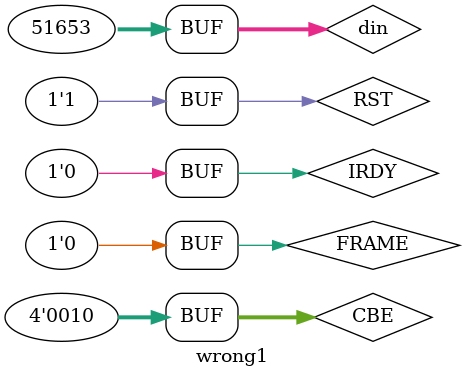
<source format=v>
`timescale 1ns / 1ps


module wrong1;

	//inout
	wire [31:0] AD;
	assign AD = (IRDY == 1 || cbuffer != 4'b0010 ) ? din:32'bz;


	// Inputs
	reg [3:0] CBE;
	reg FRAME;
	wire TRDY;
	reg IRDY;
	wire DEVSEL;
	reg RST;
	wire CLK;
	reg [31:0] din;	//for write in AD
	
	//SAVE THE COMMAND
	reg [3:0] cbuffer;
	always@(negedge IRDY)
		begin
			cbuffer = CBE;
		end	
		

	// Instantiate the Unit Under Test (UUT)
	PCI_Slave uut (
		.AD(AD),
		.CBE(CBE), 
		.FRAME(FRAME),
		.TRDY(TRDY), 
		.IRDY(IRDY),
		.DEVSEL(DEVSEL),
		.CLK(CLK), 
		.RST(RST)
		/*
		.test(test),
		.i(i)
		*/
	);

	initial begin
		//READ
		RST = 1;
		#50
		RST = 0;
		#50
		RST = 1;
		CBE = 0;
		FRAME = 1;
		IRDY = 1'b1;
		din = 154788746;
		#100
		CBE = 4'b0010;
		FRAME = 0;
		IRDY = 1'b1;
		din = 51653;
		#100
		IRDY = 1'b0;
		#600
		FRAME = 0;
	end
	
	

endmodule


</source>
